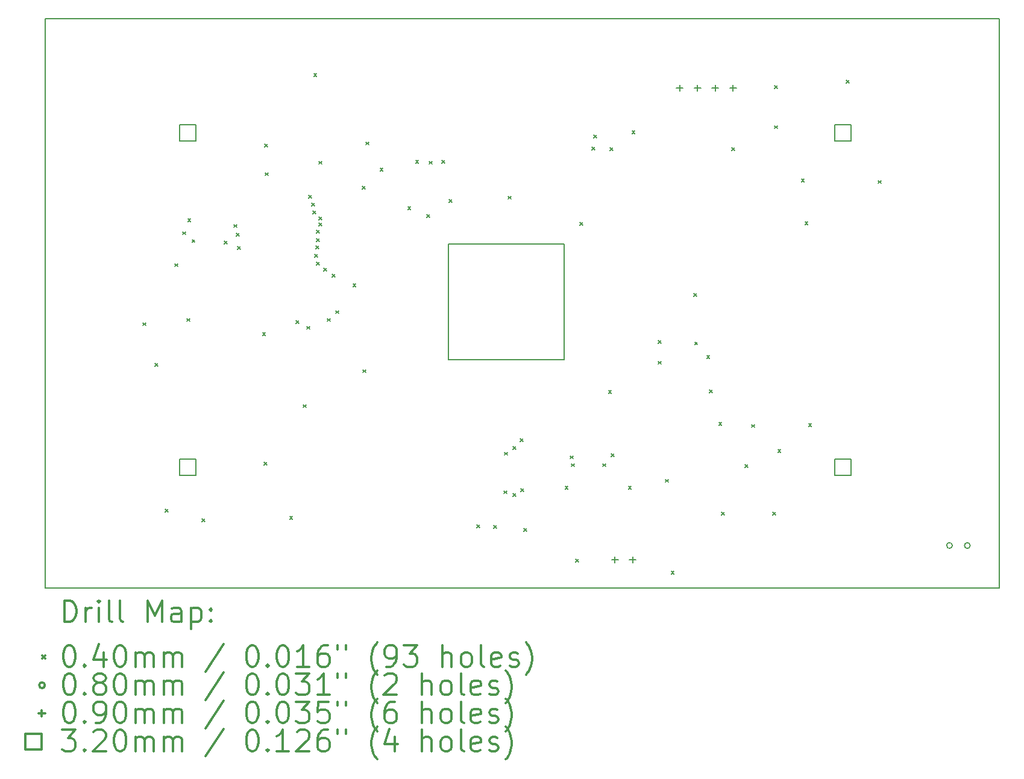
<source format=gbr>
%FSLAX45Y45*%
G04 Gerber Fmt 4.5, Leading zero omitted, Abs format (unit mm)*
G04 Created by KiCad (PCBNEW 4.0.7) date 08/21/19 21:36:31*
%MOMM*%
%LPD*%
G01*
G04 APERTURE LIST*
%ADD10C,0.127000*%
%ADD11C,0.150000*%
%ADD12C,0.200000*%
%ADD13C,0.300000*%
G04 APERTURE END LIST*
D10*
D11*
X12460000Y-8960000D02*
X12480000Y-8960000D01*
X12460000Y-10590000D02*
X12460000Y-8960000D01*
X14090000Y-10590000D02*
X12460000Y-10590000D01*
X14090000Y-8960000D02*
X14090000Y-10590000D01*
X12460000Y-8960000D02*
X14090000Y-8960000D01*
X14090000Y-10590000D02*
X14090000Y-8960000D01*
X12460000Y-10590000D02*
X14090000Y-10590000D01*
X12460000Y-8960000D02*
X12460000Y-10590000D01*
X20200000Y-13800000D02*
X20200000Y-13790000D01*
X19500000Y-13800000D02*
X20200000Y-13800000D01*
X19500000Y-5800000D02*
X20200000Y-5800000D01*
X20200000Y-5800000D02*
X20200000Y-13800000D01*
X6800000Y-13800000D02*
X19500000Y-13800000D01*
X6800000Y-5800000D02*
X19500000Y-5800000D01*
X6800000Y-5800000D02*
X6800000Y-13800000D01*
D12*
X8170000Y-10070000D02*
X8210000Y-10110000D01*
X8210000Y-10070000D02*
X8170000Y-10110000D01*
X8340000Y-10640000D02*
X8380000Y-10680000D01*
X8380000Y-10640000D02*
X8340000Y-10680000D01*
X8480000Y-12690000D02*
X8520000Y-12730000D01*
X8520000Y-12690000D02*
X8480000Y-12730000D01*
X8620000Y-9240000D02*
X8660000Y-9280000D01*
X8660000Y-9240000D02*
X8620000Y-9280000D01*
X8730000Y-8790000D02*
X8770000Y-8830000D01*
X8770000Y-8790000D02*
X8730000Y-8830000D01*
X8790000Y-10010000D02*
X8830000Y-10050000D01*
X8830000Y-10010000D02*
X8790000Y-10050000D01*
X8800000Y-8610000D02*
X8840000Y-8650000D01*
X8840000Y-8610000D02*
X8800000Y-8650000D01*
X8860000Y-8900000D02*
X8900000Y-8940000D01*
X8900000Y-8900000D02*
X8860000Y-8940000D01*
X9000000Y-12825000D02*
X9040000Y-12865000D01*
X9040000Y-12825000D02*
X9000000Y-12865000D01*
X9310000Y-8920000D02*
X9350000Y-8960000D01*
X9350000Y-8920000D02*
X9310000Y-8960000D01*
X9450000Y-8690000D02*
X9490000Y-8730000D01*
X9490000Y-8690000D02*
X9450000Y-8730000D01*
X9480000Y-8810000D02*
X9520000Y-8850000D01*
X9520000Y-8810000D02*
X9480000Y-8850000D01*
X9500000Y-9000000D02*
X9540000Y-9040000D01*
X9540000Y-9000000D02*
X9500000Y-9040000D01*
X9850000Y-10210000D02*
X9890000Y-10250000D01*
X9890000Y-10210000D02*
X9850000Y-10250000D01*
X9870000Y-12030000D02*
X9910000Y-12070000D01*
X9910000Y-12030000D02*
X9870000Y-12070000D01*
X9880000Y-7560000D02*
X9920000Y-7600000D01*
X9920000Y-7560000D02*
X9880000Y-7600000D01*
X9890000Y-7960000D02*
X9930000Y-8000000D01*
X9930000Y-7960000D02*
X9890000Y-8000000D01*
X10230000Y-12790000D02*
X10270000Y-12830000D01*
X10270000Y-12790000D02*
X10230000Y-12830000D01*
X10320000Y-10040000D02*
X10360000Y-10080000D01*
X10360000Y-10040000D02*
X10320000Y-10080000D01*
X10420000Y-11220000D02*
X10460000Y-11260000D01*
X10460000Y-11220000D02*
X10420000Y-11260000D01*
X10470000Y-10120000D02*
X10510000Y-10160000D01*
X10510000Y-10120000D02*
X10470000Y-10160000D01*
X10500000Y-8280000D02*
X10540000Y-8320000D01*
X10540000Y-8280000D02*
X10500000Y-8320000D01*
X10540000Y-8390000D02*
X10580000Y-8430000D01*
X10580000Y-8390000D02*
X10540000Y-8430000D01*
X10560000Y-8500000D02*
X10600000Y-8540000D01*
X10600000Y-8500000D02*
X10560000Y-8540000D01*
X10570000Y-6570000D02*
X10610000Y-6610000D01*
X10610000Y-6570000D02*
X10570000Y-6610000D01*
X10580000Y-9110000D02*
X10620000Y-9150000D01*
X10620000Y-9110000D02*
X10580000Y-9150000D01*
X10600000Y-8990000D02*
X10640000Y-9030000D01*
X10640000Y-8990000D02*
X10600000Y-9030000D01*
X10610000Y-8770000D02*
X10650000Y-8810000D01*
X10650000Y-8770000D02*
X10610000Y-8810000D01*
X10610000Y-8890000D02*
X10650000Y-8930000D01*
X10650000Y-8890000D02*
X10610000Y-8930000D01*
X10610000Y-9220000D02*
X10650000Y-9260000D01*
X10650000Y-9220000D02*
X10610000Y-9260000D01*
X10640000Y-7800000D02*
X10680000Y-7840000D01*
X10680000Y-7800000D02*
X10640000Y-7840000D01*
X10640000Y-8580000D02*
X10680000Y-8620000D01*
X10680000Y-8580000D02*
X10640000Y-8620000D01*
X10640000Y-8670000D02*
X10680000Y-8710000D01*
X10680000Y-8670000D02*
X10640000Y-8710000D01*
X10710000Y-9300000D02*
X10750000Y-9340000D01*
X10750000Y-9300000D02*
X10710000Y-9340000D01*
X10760000Y-10010000D02*
X10800000Y-10050000D01*
X10800000Y-10010000D02*
X10760000Y-10050000D01*
X10830000Y-9390000D02*
X10870000Y-9430000D01*
X10870000Y-9390000D02*
X10830000Y-9430000D01*
X10880000Y-9900000D02*
X10920000Y-9940000D01*
X10920000Y-9900000D02*
X10880000Y-9940000D01*
X11120000Y-9520000D02*
X11160000Y-9560000D01*
X11160000Y-9520000D02*
X11120000Y-9560000D01*
X11250000Y-8150000D02*
X11290000Y-8190000D01*
X11290000Y-8150000D02*
X11250000Y-8190000D01*
X11260000Y-10730000D02*
X11300000Y-10770000D01*
X11300000Y-10730000D02*
X11260000Y-10770000D01*
X11300000Y-7530000D02*
X11340000Y-7570000D01*
X11340000Y-7530000D02*
X11300000Y-7570000D01*
X11500000Y-7900000D02*
X11540000Y-7940000D01*
X11540000Y-7900000D02*
X11500000Y-7940000D01*
X11890000Y-8440000D02*
X11930000Y-8480000D01*
X11930000Y-8440000D02*
X11890000Y-8480000D01*
X12000000Y-7790000D02*
X12040000Y-7830000D01*
X12040000Y-7790000D02*
X12000000Y-7830000D01*
X12160000Y-8550000D02*
X12200000Y-8590000D01*
X12200000Y-8550000D02*
X12160000Y-8590000D01*
X12190000Y-7800000D02*
X12230000Y-7840000D01*
X12230000Y-7800000D02*
X12190000Y-7840000D01*
X12370000Y-7790000D02*
X12410000Y-7830000D01*
X12410000Y-7790000D02*
X12370000Y-7830000D01*
X12470000Y-8340000D02*
X12510000Y-8380000D01*
X12510000Y-8340000D02*
X12470000Y-8380000D01*
X12860000Y-12910000D02*
X12900000Y-12950000D01*
X12900000Y-12910000D02*
X12860000Y-12950000D01*
X13100000Y-12920000D02*
X13140000Y-12960000D01*
X13140000Y-12920000D02*
X13100000Y-12960000D01*
X13240000Y-12430000D02*
X13280000Y-12470000D01*
X13280000Y-12430000D02*
X13240000Y-12470000D01*
X13250000Y-11890000D02*
X13290000Y-11930000D01*
X13290000Y-11890000D02*
X13250000Y-11930000D01*
X13300000Y-8290000D02*
X13340000Y-8330000D01*
X13340000Y-8290000D02*
X13300000Y-8330000D01*
X13370000Y-11810000D02*
X13410000Y-11850000D01*
X13410000Y-11810000D02*
X13370000Y-11850000D01*
X13370000Y-12470000D02*
X13410000Y-12510000D01*
X13410000Y-12470000D02*
X13370000Y-12510000D01*
X13470000Y-11700000D02*
X13510000Y-11740000D01*
X13510000Y-11700000D02*
X13470000Y-11740000D01*
X13480000Y-12400000D02*
X13520000Y-12440000D01*
X13520000Y-12400000D02*
X13480000Y-12440000D01*
X13520000Y-12960000D02*
X13560000Y-13000000D01*
X13560000Y-12960000D02*
X13520000Y-13000000D01*
X14100000Y-12370000D02*
X14140000Y-12410000D01*
X14140000Y-12370000D02*
X14100000Y-12410000D01*
X14170000Y-11940000D02*
X14210000Y-11980000D01*
X14210000Y-11940000D02*
X14170000Y-11980000D01*
X14190000Y-12050000D02*
X14230000Y-12090000D01*
X14230000Y-12050000D02*
X14190000Y-12090000D01*
X14250000Y-13390000D02*
X14290000Y-13430000D01*
X14290000Y-13390000D02*
X14250000Y-13430000D01*
X14310000Y-8660000D02*
X14350000Y-8700000D01*
X14350000Y-8660000D02*
X14310000Y-8700000D01*
X14480000Y-7600000D02*
X14520000Y-7640000D01*
X14520000Y-7600000D02*
X14480000Y-7640000D01*
X14500000Y-7430000D02*
X14540000Y-7470000D01*
X14540000Y-7430000D02*
X14500000Y-7470000D01*
X14630000Y-12050000D02*
X14670000Y-12090000D01*
X14670000Y-12050000D02*
X14630000Y-12090000D01*
X14710000Y-11020000D02*
X14750000Y-11060000D01*
X14750000Y-11020000D02*
X14710000Y-11060000D01*
X14730000Y-7610000D02*
X14770000Y-7650000D01*
X14770000Y-7610000D02*
X14730000Y-7650000D01*
X14750000Y-11910000D02*
X14790000Y-11950000D01*
X14790000Y-11910000D02*
X14750000Y-11950000D01*
X14990000Y-12370000D02*
X15030000Y-12410000D01*
X15030000Y-12370000D02*
X14990000Y-12410000D01*
X15040000Y-7370000D02*
X15080000Y-7410000D01*
X15080000Y-7370000D02*
X15040000Y-7410000D01*
X15410000Y-10320000D02*
X15450000Y-10360000D01*
X15450000Y-10320000D02*
X15410000Y-10360000D01*
X15410000Y-10610000D02*
X15450000Y-10650000D01*
X15450000Y-10610000D02*
X15410000Y-10650000D01*
X15510000Y-12270000D02*
X15550000Y-12310000D01*
X15550000Y-12270000D02*
X15510000Y-12310000D01*
X15590000Y-13560000D02*
X15630000Y-13600000D01*
X15630000Y-13560000D02*
X15590000Y-13600000D01*
X15910000Y-9660000D02*
X15950000Y-9700000D01*
X15950000Y-9660000D02*
X15910000Y-9700000D01*
X15920000Y-10340000D02*
X15960000Y-10380000D01*
X15960000Y-10340000D02*
X15920000Y-10380000D01*
X16090000Y-10530000D02*
X16130000Y-10570000D01*
X16130000Y-10530000D02*
X16090000Y-10570000D01*
X16130000Y-11010000D02*
X16170000Y-11050000D01*
X16170000Y-11010000D02*
X16130000Y-11050000D01*
X16260000Y-11470000D02*
X16300000Y-11510000D01*
X16300000Y-11470000D02*
X16260000Y-11510000D01*
X16300000Y-12730000D02*
X16340000Y-12770000D01*
X16340000Y-12730000D02*
X16300000Y-12770000D01*
X16440000Y-7610000D02*
X16480000Y-7650000D01*
X16480000Y-7610000D02*
X16440000Y-7650000D01*
X16630000Y-12060000D02*
X16670000Y-12100000D01*
X16670000Y-12060000D02*
X16630000Y-12100000D01*
X16720000Y-11500000D02*
X16760000Y-11540000D01*
X16760000Y-11500000D02*
X16720000Y-11540000D01*
X17020000Y-12730000D02*
X17060000Y-12770000D01*
X17060000Y-12730000D02*
X17020000Y-12770000D01*
X17040000Y-6740000D02*
X17080000Y-6780000D01*
X17080000Y-6740000D02*
X17040000Y-6780000D01*
X17040000Y-7300000D02*
X17080000Y-7340000D01*
X17080000Y-7300000D02*
X17040000Y-7340000D01*
X17090000Y-11850000D02*
X17130000Y-11890000D01*
X17130000Y-11850000D02*
X17090000Y-11890000D01*
X17420000Y-8050000D02*
X17460000Y-8090000D01*
X17460000Y-8050000D02*
X17420000Y-8090000D01*
X17470000Y-8650000D02*
X17510000Y-8690000D01*
X17510000Y-8650000D02*
X17470000Y-8690000D01*
X17520000Y-11490000D02*
X17560000Y-11530000D01*
X17560000Y-11490000D02*
X17520000Y-11530000D01*
X18050000Y-6660000D02*
X18090000Y-6700000D01*
X18090000Y-6660000D02*
X18050000Y-6700000D01*
X18500000Y-8070000D02*
X18540000Y-8110000D01*
X18540000Y-8070000D02*
X18500000Y-8110000D01*
X19540000Y-13200000D02*
G75*
G03X19540000Y-13200000I-40000J0D01*
G01*
X19790000Y-13200000D02*
G75*
G03X19790000Y-13200000I-40000J0D01*
G01*
X14800000Y-13355000D02*
X14800000Y-13445000D01*
X14755000Y-13400000D02*
X14845000Y-13400000D01*
X15050000Y-13355000D02*
X15050000Y-13445000D01*
X15005000Y-13400000D02*
X15095000Y-13400000D01*
X15710000Y-6725000D02*
X15710000Y-6815000D01*
X15665000Y-6770000D02*
X15755000Y-6770000D01*
X15960000Y-6725000D02*
X15960000Y-6815000D01*
X15915000Y-6770000D02*
X16005000Y-6770000D01*
X16210000Y-6725000D02*
X16210000Y-6815000D01*
X16165000Y-6770000D02*
X16255000Y-6770000D01*
X16460000Y-6725000D02*
X16460000Y-6815000D01*
X16415000Y-6770000D02*
X16505000Y-6770000D01*
X8913138Y-7513138D02*
X8913138Y-7286862D01*
X8686862Y-7286862D01*
X8686862Y-7513138D01*
X8913138Y-7513138D01*
X8913138Y-12213138D02*
X8913138Y-11986862D01*
X8686862Y-11986862D01*
X8686862Y-12213138D01*
X8913138Y-12213138D01*
X18113138Y-7513138D02*
X18113138Y-7286862D01*
X17886862Y-7286862D01*
X17886862Y-7513138D01*
X18113138Y-7513138D01*
X18113138Y-12213138D02*
X18113138Y-11986862D01*
X17886862Y-11986862D01*
X17886862Y-12213138D01*
X18113138Y-12213138D01*
D13*
X7063928Y-14273214D02*
X7063928Y-13973214D01*
X7135357Y-13973214D01*
X7178214Y-13987500D01*
X7206786Y-14016071D01*
X7221071Y-14044643D01*
X7235357Y-14101786D01*
X7235357Y-14144643D01*
X7221071Y-14201786D01*
X7206786Y-14230357D01*
X7178214Y-14258929D01*
X7135357Y-14273214D01*
X7063928Y-14273214D01*
X7363928Y-14273214D02*
X7363928Y-14073214D01*
X7363928Y-14130357D02*
X7378214Y-14101786D01*
X7392500Y-14087500D01*
X7421071Y-14073214D01*
X7449643Y-14073214D01*
X7549643Y-14273214D02*
X7549643Y-14073214D01*
X7549643Y-13973214D02*
X7535357Y-13987500D01*
X7549643Y-14001786D01*
X7563928Y-13987500D01*
X7549643Y-13973214D01*
X7549643Y-14001786D01*
X7735357Y-14273214D02*
X7706786Y-14258929D01*
X7692500Y-14230357D01*
X7692500Y-13973214D01*
X7892500Y-14273214D02*
X7863928Y-14258929D01*
X7849643Y-14230357D01*
X7849643Y-13973214D01*
X8235357Y-14273214D02*
X8235357Y-13973214D01*
X8335357Y-14187500D01*
X8435357Y-13973214D01*
X8435357Y-14273214D01*
X8706786Y-14273214D02*
X8706786Y-14116071D01*
X8692500Y-14087500D01*
X8663929Y-14073214D01*
X8606786Y-14073214D01*
X8578214Y-14087500D01*
X8706786Y-14258929D02*
X8678214Y-14273214D01*
X8606786Y-14273214D01*
X8578214Y-14258929D01*
X8563929Y-14230357D01*
X8563929Y-14201786D01*
X8578214Y-14173214D01*
X8606786Y-14158929D01*
X8678214Y-14158929D01*
X8706786Y-14144643D01*
X8849643Y-14073214D02*
X8849643Y-14373214D01*
X8849643Y-14087500D02*
X8878214Y-14073214D01*
X8935357Y-14073214D01*
X8963929Y-14087500D01*
X8978214Y-14101786D01*
X8992500Y-14130357D01*
X8992500Y-14216071D01*
X8978214Y-14244643D01*
X8963929Y-14258929D01*
X8935357Y-14273214D01*
X8878214Y-14273214D01*
X8849643Y-14258929D01*
X9121071Y-14244643D02*
X9135357Y-14258929D01*
X9121071Y-14273214D01*
X9106786Y-14258929D01*
X9121071Y-14244643D01*
X9121071Y-14273214D01*
X9121071Y-14087500D02*
X9135357Y-14101786D01*
X9121071Y-14116071D01*
X9106786Y-14101786D01*
X9121071Y-14087500D01*
X9121071Y-14116071D01*
X6752500Y-14747500D02*
X6792500Y-14787500D01*
X6792500Y-14747500D02*
X6752500Y-14787500D01*
X7121071Y-14603214D02*
X7149643Y-14603214D01*
X7178214Y-14617500D01*
X7192500Y-14631786D01*
X7206786Y-14660357D01*
X7221071Y-14717500D01*
X7221071Y-14788929D01*
X7206786Y-14846071D01*
X7192500Y-14874643D01*
X7178214Y-14888929D01*
X7149643Y-14903214D01*
X7121071Y-14903214D01*
X7092500Y-14888929D01*
X7078214Y-14874643D01*
X7063928Y-14846071D01*
X7049643Y-14788929D01*
X7049643Y-14717500D01*
X7063928Y-14660357D01*
X7078214Y-14631786D01*
X7092500Y-14617500D01*
X7121071Y-14603214D01*
X7349643Y-14874643D02*
X7363928Y-14888929D01*
X7349643Y-14903214D01*
X7335357Y-14888929D01*
X7349643Y-14874643D01*
X7349643Y-14903214D01*
X7621071Y-14703214D02*
X7621071Y-14903214D01*
X7549643Y-14588929D02*
X7478214Y-14803214D01*
X7663928Y-14803214D01*
X7835357Y-14603214D02*
X7863928Y-14603214D01*
X7892500Y-14617500D01*
X7906786Y-14631786D01*
X7921071Y-14660357D01*
X7935357Y-14717500D01*
X7935357Y-14788929D01*
X7921071Y-14846071D01*
X7906786Y-14874643D01*
X7892500Y-14888929D01*
X7863928Y-14903214D01*
X7835357Y-14903214D01*
X7806786Y-14888929D01*
X7792500Y-14874643D01*
X7778214Y-14846071D01*
X7763928Y-14788929D01*
X7763928Y-14717500D01*
X7778214Y-14660357D01*
X7792500Y-14631786D01*
X7806786Y-14617500D01*
X7835357Y-14603214D01*
X8063928Y-14903214D02*
X8063928Y-14703214D01*
X8063928Y-14731786D02*
X8078214Y-14717500D01*
X8106786Y-14703214D01*
X8149643Y-14703214D01*
X8178214Y-14717500D01*
X8192500Y-14746071D01*
X8192500Y-14903214D01*
X8192500Y-14746071D02*
X8206786Y-14717500D01*
X8235357Y-14703214D01*
X8278214Y-14703214D01*
X8306786Y-14717500D01*
X8321071Y-14746071D01*
X8321071Y-14903214D01*
X8463929Y-14903214D02*
X8463929Y-14703214D01*
X8463929Y-14731786D02*
X8478214Y-14717500D01*
X8506786Y-14703214D01*
X8549643Y-14703214D01*
X8578214Y-14717500D01*
X8592500Y-14746071D01*
X8592500Y-14903214D01*
X8592500Y-14746071D02*
X8606786Y-14717500D01*
X8635357Y-14703214D01*
X8678214Y-14703214D01*
X8706786Y-14717500D01*
X8721071Y-14746071D01*
X8721071Y-14903214D01*
X9306786Y-14588929D02*
X9049643Y-14974643D01*
X9692500Y-14603214D02*
X9721071Y-14603214D01*
X9749643Y-14617500D01*
X9763928Y-14631786D01*
X9778214Y-14660357D01*
X9792500Y-14717500D01*
X9792500Y-14788929D01*
X9778214Y-14846071D01*
X9763928Y-14874643D01*
X9749643Y-14888929D01*
X9721071Y-14903214D01*
X9692500Y-14903214D01*
X9663928Y-14888929D01*
X9649643Y-14874643D01*
X9635357Y-14846071D01*
X9621071Y-14788929D01*
X9621071Y-14717500D01*
X9635357Y-14660357D01*
X9649643Y-14631786D01*
X9663928Y-14617500D01*
X9692500Y-14603214D01*
X9921071Y-14874643D02*
X9935357Y-14888929D01*
X9921071Y-14903214D01*
X9906786Y-14888929D01*
X9921071Y-14874643D01*
X9921071Y-14903214D01*
X10121071Y-14603214D02*
X10149643Y-14603214D01*
X10178214Y-14617500D01*
X10192500Y-14631786D01*
X10206786Y-14660357D01*
X10221071Y-14717500D01*
X10221071Y-14788929D01*
X10206786Y-14846071D01*
X10192500Y-14874643D01*
X10178214Y-14888929D01*
X10149643Y-14903214D01*
X10121071Y-14903214D01*
X10092500Y-14888929D01*
X10078214Y-14874643D01*
X10063928Y-14846071D01*
X10049643Y-14788929D01*
X10049643Y-14717500D01*
X10063928Y-14660357D01*
X10078214Y-14631786D01*
X10092500Y-14617500D01*
X10121071Y-14603214D01*
X10506786Y-14903214D02*
X10335357Y-14903214D01*
X10421071Y-14903214D02*
X10421071Y-14603214D01*
X10392500Y-14646071D01*
X10363928Y-14674643D01*
X10335357Y-14688929D01*
X10763928Y-14603214D02*
X10706786Y-14603214D01*
X10678214Y-14617500D01*
X10663928Y-14631786D01*
X10635357Y-14674643D01*
X10621071Y-14731786D01*
X10621071Y-14846071D01*
X10635357Y-14874643D01*
X10649643Y-14888929D01*
X10678214Y-14903214D01*
X10735357Y-14903214D01*
X10763928Y-14888929D01*
X10778214Y-14874643D01*
X10792500Y-14846071D01*
X10792500Y-14774643D01*
X10778214Y-14746071D01*
X10763928Y-14731786D01*
X10735357Y-14717500D01*
X10678214Y-14717500D01*
X10649643Y-14731786D01*
X10635357Y-14746071D01*
X10621071Y-14774643D01*
X10906786Y-14603214D02*
X10906786Y-14660357D01*
X11021071Y-14603214D02*
X11021071Y-14660357D01*
X11463928Y-15017500D02*
X11449643Y-15003214D01*
X11421071Y-14960357D01*
X11406785Y-14931786D01*
X11392500Y-14888929D01*
X11378214Y-14817500D01*
X11378214Y-14760357D01*
X11392500Y-14688929D01*
X11406785Y-14646071D01*
X11421071Y-14617500D01*
X11449643Y-14574643D01*
X11463928Y-14560357D01*
X11592500Y-14903214D02*
X11649643Y-14903214D01*
X11678214Y-14888929D01*
X11692500Y-14874643D01*
X11721071Y-14831786D01*
X11735357Y-14774643D01*
X11735357Y-14660357D01*
X11721071Y-14631786D01*
X11706785Y-14617500D01*
X11678214Y-14603214D01*
X11621071Y-14603214D01*
X11592500Y-14617500D01*
X11578214Y-14631786D01*
X11563928Y-14660357D01*
X11563928Y-14731786D01*
X11578214Y-14760357D01*
X11592500Y-14774643D01*
X11621071Y-14788929D01*
X11678214Y-14788929D01*
X11706785Y-14774643D01*
X11721071Y-14760357D01*
X11735357Y-14731786D01*
X11835357Y-14603214D02*
X12021071Y-14603214D01*
X11921071Y-14717500D01*
X11963928Y-14717500D01*
X11992500Y-14731786D01*
X12006785Y-14746071D01*
X12021071Y-14774643D01*
X12021071Y-14846071D01*
X12006785Y-14874643D01*
X11992500Y-14888929D01*
X11963928Y-14903214D01*
X11878214Y-14903214D01*
X11849643Y-14888929D01*
X11835357Y-14874643D01*
X12378214Y-14903214D02*
X12378214Y-14603214D01*
X12506785Y-14903214D02*
X12506785Y-14746071D01*
X12492500Y-14717500D01*
X12463928Y-14703214D01*
X12421071Y-14703214D01*
X12392500Y-14717500D01*
X12378214Y-14731786D01*
X12692500Y-14903214D02*
X12663928Y-14888929D01*
X12649643Y-14874643D01*
X12635357Y-14846071D01*
X12635357Y-14760357D01*
X12649643Y-14731786D01*
X12663928Y-14717500D01*
X12692500Y-14703214D01*
X12735357Y-14703214D01*
X12763928Y-14717500D01*
X12778214Y-14731786D01*
X12792500Y-14760357D01*
X12792500Y-14846071D01*
X12778214Y-14874643D01*
X12763928Y-14888929D01*
X12735357Y-14903214D01*
X12692500Y-14903214D01*
X12963928Y-14903214D02*
X12935357Y-14888929D01*
X12921071Y-14860357D01*
X12921071Y-14603214D01*
X13192500Y-14888929D02*
X13163928Y-14903214D01*
X13106786Y-14903214D01*
X13078214Y-14888929D01*
X13063928Y-14860357D01*
X13063928Y-14746071D01*
X13078214Y-14717500D01*
X13106786Y-14703214D01*
X13163928Y-14703214D01*
X13192500Y-14717500D01*
X13206786Y-14746071D01*
X13206786Y-14774643D01*
X13063928Y-14803214D01*
X13321071Y-14888929D02*
X13349643Y-14903214D01*
X13406786Y-14903214D01*
X13435357Y-14888929D01*
X13449643Y-14860357D01*
X13449643Y-14846071D01*
X13435357Y-14817500D01*
X13406786Y-14803214D01*
X13363928Y-14803214D01*
X13335357Y-14788929D01*
X13321071Y-14760357D01*
X13321071Y-14746071D01*
X13335357Y-14717500D01*
X13363928Y-14703214D01*
X13406786Y-14703214D01*
X13435357Y-14717500D01*
X13549643Y-15017500D02*
X13563928Y-15003214D01*
X13592500Y-14960357D01*
X13606786Y-14931786D01*
X13621071Y-14888929D01*
X13635357Y-14817500D01*
X13635357Y-14760357D01*
X13621071Y-14688929D01*
X13606786Y-14646071D01*
X13592500Y-14617500D01*
X13563928Y-14574643D01*
X13549643Y-14560357D01*
X6792500Y-15163500D02*
G75*
G03X6792500Y-15163500I-40000J0D01*
G01*
X7121071Y-14999214D02*
X7149643Y-14999214D01*
X7178214Y-15013500D01*
X7192500Y-15027786D01*
X7206786Y-15056357D01*
X7221071Y-15113500D01*
X7221071Y-15184929D01*
X7206786Y-15242071D01*
X7192500Y-15270643D01*
X7178214Y-15284929D01*
X7149643Y-15299214D01*
X7121071Y-15299214D01*
X7092500Y-15284929D01*
X7078214Y-15270643D01*
X7063928Y-15242071D01*
X7049643Y-15184929D01*
X7049643Y-15113500D01*
X7063928Y-15056357D01*
X7078214Y-15027786D01*
X7092500Y-15013500D01*
X7121071Y-14999214D01*
X7349643Y-15270643D02*
X7363928Y-15284929D01*
X7349643Y-15299214D01*
X7335357Y-15284929D01*
X7349643Y-15270643D01*
X7349643Y-15299214D01*
X7535357Y-15127786D02*
X7506786Y-15113500D01*
X7492500Y-15099214D01*
X7478214Y-15070643D01*
X7478214Y-15056357D01*
X7492500Y-15027786D01*
X7506786Y-15013500D01*
X7535357Y-14999214D01*
X7592500Y-14999214D01*
X7621071Y-15013500D01*
X7635357Y-15027786D01*
X7649643Y-15056357D01*
X7649643Y-15070643D01*
X7635357Y-15099214D01*
X7621071Y-15113500D01*
X7592500Y-15127786D01*
X7535357Y-15127786D01*
X7506786Y-15142071D01*
X7492500Y-15156357D01*
X7478214Y-15184929D01*
X7478214Y-15242071D01*
X7492500Y-15270643D01*
X7506786Y-15284929D01*
X7535357Y-15299214D01*
X7592500Y-15299214D01*
X7621071Y-15284929D01*
X7635357Y-15270643D01*
X7649643Y-15242071D01*
X7649643Y-15184929D01*
X7635357Y-15156357D01*
X7621071Y-15142071D01*
X7592500Y-15127786D01*
X7835357Y-14999214D02*
X7863928Y-14999214D01*
X7892500Y-15013500D01*
X7906786Y-15027786D01*
X7921071Y-15056357D01*
X7935357Y-15113500D01*
X7935357Y-15184929D01*
X7921071Y-15242071D01*
X7906786Y-15270643D01*
X7892500Y-15284929D01*
X7863928Y-15299214D01*
X7835357Y-15299214D01*
X7806786Y-15284929D01*
X7792500Y-15270643D01*
X7778214Y-15242071D01*
X7763928Y-15184929D01*
X7763928Y-15113500D01*
X7778214Y-15056357D01*
X7792500Y-15027786D01*
X7806786Y-15013500D01*
X7835357Y-14999214D01*
X8063928Y-15299214D02*
X8063928Y-15099214D01*
X8063928Y-15127786D02*
X8078214Y-15113500D01*
X8106786Y-15099214D01*
X8149643Y-15099214D01*
X8178214Y-15113500D01*
X8192500Y-15142071D01*
X8192500Y-15299214D01*
X8192500Y-15142071D02*
X8206786Y-15113500D01*
X8235357Y-15099214D01*
X8278214Y-15099214D01*
X8306786Y-15113500D01*
X8321071Y-15142071D01*
X8321071Y-15299214D01*
X8463929Y-15299214D02*
X8463929Y-15099214D01*
X8463929Y-15127786D02*
X8478214Y-15113500D01*
X8506786Y-15099214D01*
X8549643Y-15099214D01*
X8578214Y-15113500D01*
X8592500Y-15142071D01*
X8592500Y-15299214D01*
X8592500Y-15142071D02*
X8606786Y-15113500D01*
X8635357Y-15099214D01*
X8678214Y-15099214D01*
X8706786Y-15113500D01*
X8721071Y-15142071D01*
X8721071Y-15299214D01*
X9306786Y-14984929D02*
X9049643Y-15370643D01*
X9692500Y-14999214D02*
X9721071Y-14999214D01*
X9749643Y-15013500D01*
X9763928Y-15027786D01*
X9778214Y-15056357D01*
X9792500Y-15113500D01*
X9792500Y-15184929D01*
X9778214Y-15242071D01*
X9763928Y-15270643D01*
X9749643Y-15284929D01*
X9721071Y-15299214D01*
X9692500Y-15299214D01*
X9663928Y-15284929D01*
X9649643Y-15270643D01*
X9635357Y-15242071D01*
X9621071Y-15184929D01*
X9621071Y-15113500D01*
X9635357Y-15056357D01*
X9649643Y-15027786D01*
X9663928Y-15013500D01*
X9692500Y-14999214D01*
X9921071Y-15270643D02*
X9935357Y-15284929D01*
X9921071Y-15299214D01*
X9906786Y-15284929D01*
X9921071Y-15270643D01*
X9921071Y-15299214D01*
X10121071Y-14999214D02*
X10149643Y-14999214D01*
X10178214Y-15013500D01*
X10192500Y-15027786D01*
X10206786Y-15056357D01*
X10221071Y-15113500D01*
X10221071Y-15184929D01*
X10206786Y-15242071D01*
X10192500Y-15270643D01*
X10178214Y-15284929D01*
X10149643Y-15299214D01*
X10121071Y-15299214D01*
X10092500Y-15284929D01*
X10078214Y-15270643D01*
X10063928Y-15242071D01*
X10049643Y-15184929D01*
X10049643Y-15113500D01*
X10063928Y-15056357D01*
X10078214Y-15027786D01*
X10092500Y-15013500D01*
X10121071Y-14999214D01*
X10321071Y-14999214D02*
X10506786Y-14999214D01*
X10406786Y-15113500D01*
X10449643Y-15113500D01*
X10478214Y-15127786D01*
X10492500Y-15142071D01*
X10506786Y-15170643D01*
X10506786Y-15242071D01*
X10492500Y-15270643D01*
X10478214Y-15284929D01*
X10449643Y-15299214D01*
X10363928Y-15299214D01*
X10335357Y-15284929D01*
X10321071Y-15270643D01*
X10792500Y-15299214D02*
X10621071Y-15299214D01*
X10706786Y-15299214D02*
X10706786Y-14999214D01*
X10678214Y-15042071D01*
X10649643Y-15070643D01*
X10621071Y-15084929D01*
X10906786Y-14999214D02*
X10906786Y-15056357D01*
X11021071Y-14999214D02*
X11021071Y-15056357D01*
X11463928Y-15413500D02*
X11449643Y-15399214D01*
X11421071Y-15356357D01*
X11406785Y-15327786D01*
X11392500Y-15284929D01*
X11378214Y-15213500D01*
X11378214Y-15156357D01*
X11392500Y-15084929D01*
X11406785Y-15042071D01*
X11421071Y-15013500D01*
X11449643Y-14970643D01*
X11463928Y-14956357D01*
X11563928Y-15027786D02*
X11578214Y-15013500D01*
X11606785Y-14999214D01*
X11678214Y-14999214D01*
X11706785Y-15013500D01*
X11721071Y-15027786D01*
X11735357Y-15056357D01*
X11735357Y-15084929D01*
X11721071Y-15127786D01*
X11549643Y-15299214D01*
X11735357Y-15299214D01*
X12092500Y-15299214D02*
X12092500Y-14999214D01*
X12221071Y-15299214D02*
X12221071Y-15142071D01*
X12206785Y-15113500D01*
X12178214Y-15099214D01*
X12135357Y-15099214D01*
X12106785Y-15113500D01*
X12092500Y-15127786D01*
X12406785Y-15299214D02*
X12378214Y-15284929D01*
X12363928Y-15270643D01*
X12349643Y-15242071D01*
X12349643Y-15156357D01*
X12363928Y-15127786D01*
X12378214Y-15113500D01*
X12406785Y-15099214D01*
X12449643Y-15099214D01*
X12478214Y-15113500D01*
X12492500Y-15127786D01*
X12506785Y-15156357D01*
X12506785Y-15242071D01*
X12492500Y-15270643D01*
X12478214Y-15284929D01*
X12449643Y-15299214D01*
X12406785Y-15299214D01*
X12678214Y-15299214D02*
X12649643Y-15284929D01*
X12635357Y-15256357D01*
X12635357Y-14999214D01*
X12906786Y-15284929D02*
X12878214Y-15299214D01*
X12821071Y-15299214D01*
X12792500Y-15284929D01*
X12778214Y-15256357D01*
X12778214Y-15142071D01*
X12792500Y-15113500D01*
X12821071Y-15099214D01*
X12878214Y-15099214D01*
X12906786Y-15113500D01*
X12921071Y-15142071D01*
X12921071Y-15170643D01*
X12778214Y-15199214D01*
X13035357Y-15284929D02*
X13063928Y-15299214D01*
X13121071Y-15299214D01*
X13149643Y-15284929D01*
X13163928Y-15256357D01*
X13163928Y-15242071D01*
X13149643Y-15213500D01*
X13121071Y-15199214D01*
X13078214Y-15199214D01*
X13049643Y-15184929D01*
X13035357Y-15156357D01*
X13035357Y-15142071D01*
X13049643Y-15113500D01*
X13078214Y-15099214D01*
X13121071Y-15099214D01*
X13149643Y-15113500D01*
X13263928Y-15413500D02*
X13278214Y-15399214D01*
X13306786Y-15356357D01*
X13321071Y-15327786D01*
X13335357Y-15284929D01*
X13349643Y-15213500D01*
X13349643Y-15156357D01*
X13335357Y-15084929D01*
X13321071Y-15042071D01*
X13306786Y-15013500D01*
X13278214Y-14970643D01*
X13263928Y-14956357D01*
X6747500Y-15514500D02*
X6747500Y-15604500D01*
X6702500Y-15559500D02*
X6792500Y-15559500D01*
X7121071Y-15395214D02*
X7149643Y-15395214D01*
X7178214Y-15409500D01*
X7192500Y-15423786D01*
X7206786Y-15452357D01*
X7221071Y-15509500D01*
X7221071Y-15580929D01*
X7206786Y-15638071D01*
X7192500Y-15666643D01*
X7178214Y-15680929D01*
X7149643Y-15695214D01*
X7121071Y-15695214D01*
X7092500Y-15680929D01*
X7078214Y-15666643D01*
X7063928Y-15638071D01*
X7049643Y-15580929D01*
X7049643Y-15509500D01*
X7063928Y-15452357D01*
X7078214Y-15423786D01*
X7092500Y-15409500D01*
X7121071Y-15395214D01*
X7349643Y-15666643D02*
X7363928Y-15680929D01*
X7349643Y-15695214D01*
X7335357Y-15680929D01*
X7349643Y-15666643D01*
X7349643Y-15695214D01*
X7506786Y-15695214D02*
X7563928Y-15695214D01*
X7592500Y-15680929D01*
X7606786Y-15666643D01*
X7635357Y-15623786D01*
X7649643Y-15566643D01*
X7649643Y-15452357D01*
X7635357Y-15423786D01*
X7621071Y-15409500D01*
X7592500Y-15395214D01*
X7535357Y-15395214D01*
X7506786Y-15409500D01*
X7492500Y-15423786D01*
X7478214Y-15452357D01*
X7478214Y-15523786D01*
X7492500Y-15552357D01*
X7506786Y-15566643D01*
X7535357Y-15580929D01*
X7592500Y-15580929D01*
X7621071Y-15566643D01*
X7635357Y-15552357D01*
X7649643Y-15523786D01*
X7835357Y-15395214D02*
X7863928Y-15395214D01*
X7892500Y-15409500D01*
X7906786Y-15423786D01*
X7921071Y-15452357D01*
X7935357Y-15509500D01*
X7935357Y-15580929D01*
X7921071Y-15638071D01*
X7906786Y-15666643D01*
X7892500Y-15680929D01*
X7863928Y-15695214D01*
X7835357Y-15695214D01*
X7806786Y-15680929D01*
X7792500Y-15666643D01*
X7778214Y-15638071D01*
X7763928Y-15580929D01*
X7763928Y-15509500D01*
X7778214Y-15452357D01*
X7792500Y-15423786D01*
X7806786Y-15409500D01*
X7835357Y-15395214D01*
X8063928Y-15695214D02*
X8063928Y-15495214D01*
X8063928Y-15523786D02*
X8078214Y-15509500D01*
X8106786Y-15495214D01*
X8149643Y-15495214D01*
X8178214Y-15509500D01*
X8192500Y-15538071D01*
X8192500Y-15695214D01*
X8192500Y-15538071D02*
X8206786Y-15509500D01*
X8235357Y-15495214D01*
X8278214Y-15495214D01*
X8306786Y-15509500D01*
X8321071Y-15538071D01*
X8321071Y-15695214D01*
X8463929Y-15695214D02*
X8463929Y-15495214D01*
X8463929Y-15523786D02*
X8478214Y-15509500D01*
X8506786Y-15495214D01*
X8549643Y-15495214D01*
X8578214Y-15509500D01*
X8592500Y-15538071D01*
X8592500Y-15695214D01*
X8592500Y-15538071D02*
X8606786Y-15509500D01*
X8635357Y-15495214D01*
X8678214Y-15495214D01*
X8706786Y-15509500D01*
X8721071Y-15538071D01*
X8721071Y-15695214D01*
X9306786Y-15380929D02*
X9049643Y-15766643D01*
X9692500Y-15395214D02*
X9721071Y-15395214D01*
X9749643Y-15409500D01*
X9763928Y-15423786D01*
X9778214Y-15452357D01*
X9792500Y-15509500D01*
X9792500Y-15580929D01*
X9778214Y-15638071D01*
X9763928Y-15666643D01*
X9749643Y-15680929D01*
X9721071Y-15695214D01*
X9692500Y-15695214D01*
X9663928Y-15680929D01*
X9649643Y-15666643D01*
X9635357Y-15638071D01*
X9621071Y-15580929D01*
X9621071Y-15509500D01*
X9635357Y-15452357D01*
X9649643Y-15423786D01*
X9663928Y-15409500D01*
X9692500Y-15395214D01*
X9921071Y-15666643D02*
X9935357Y-15680929D01*
X9921071Y-15695214D01*
X9906786Y-15680929D01*
X9921071Y-15666643D01*
X9921071Y-15695214D01*
X10121071Y-15395214D02*
X10149643Y-15395214D01*
X10178214Y-15409500D01*
X10192500Y-15423786D01*
X10206786Y-15452357D01*
X10221071Y-15509500D01*
X10221071Y-15580929D01*
X10206786Y-15638071D01*
X10192500Y-15666643D01*
X10178214Y-15680929D01*
X10149643Y-15695214D01*
X10121071Y-15695214D01*
X10092500Y-15680929D01*
X10078214Y-15666643D01*
X10063928Y-15638071D01*
X10049643Y-15580929D01*
X10049643Y-15509500D01*
X10063928Y-15452357D01*
X10078214Y-15423786D01*
X10092500Y-15409500D01*
X10121071Y-15395214D01*
X10321071Y-15395214D02*
X10506786Y-15395214D01*
X10406786Y-15509500D01*
X10449643Y-15509500D01*
X10478214Y-15523786D01*
X10492500Y-15538071D01*
X10506786Y-15566643D01*
X10506786Y-15638071D01*
X10492500Y-15666643D01*
X10478214Y-15680929D01*
X10449643Y-15695214D01*
X10363928Y-15695214D01*
X10335357Y-15680929D01*
X10321071Y-15666643D01*
X10778214Y-15395214D02*
X10635357Y-15395214D01*
X10621071Y-15538071D01*
X10635357Y-15523786D01*
X10663928Y-15509500D01*
X10735357Y-15509500D01*
X10763928Y-15523786D01*
X10778214Y-15538071D01*
X10792500Y-15566643D01*
X10792500Y-15638071D01*
X10778214Y-15666643D01*
X10763928Y-15680929D01*
X10735357Y-15695214D01*
X10663928Y-15695214D01*
X10635357Y-15680929D01*
X10621071Y-15666643D01*
X10906786Y-15395214D02*
X10906786Y-15452357D01*
X11021071Y-15395214D02*
X11021071Y-15452357D01*
X11463928Y-15809500D02*
X11449643Y-15795214D01*
X11421071Y-15752357D01*
X11406785Y-15723786D01*
X11392500Y-15680929D01*
X11378214Y-15609500D01*
X11378214Y-15552357D01*
X11392500Y-15480929D01*
X11406785Y-15438071D01*
X11421071Y-15409500D01*
X11449643Y-15366643D01*
X11463928Y-15352357D01*
X11706785Y-15395214D02*
X11649643Y-15395214D01*
X11621071Y-15409500D01*
X11606785Y-15423786D01*
X11578214Y-15466643D01*
X11563928Y-15523786D01*
X11563928Y-15638071D01*
X11578214Y-15666643D01*
X11592500Y-15680929D01*
X11621071Y-15695214D01*
X11678214Y-15695214D01*
X11706785Y-15680929D01*
X11721071Y-15666643D01*
X11735357Y-15638071D01*
X11735357Y-15566643D01*
X11721071Y-15538071D01*
X11706785Y-15523786D01*
X11678214Y-15509500D01*
X11621071Y-15509500D01*
X11592500Y-15523786D01*
X11578214Y-15538071D01*
X11563928Y-15566643D01*
X12092500Y-15695214D02*
X12092500Y-15395214D01*
X12221071Y-15695214D02*
X12221071Y-15538071D01*
X12206785Y-15509500D01*
X12178214Y-15495214D01*
X12135357Y-15495214D01*
X12106785Y-15509500D01*
X12092500Y-15523786D01*
X12406785Y-15695214D02*
X12378214Y-15680929D01*
X12363928Y-15666643D01*
X12349643Y-15638071D01*
X12349643Y-15552357D01*
X12363928Y-15523786D01*
X12378214Y-15509500D01*
X12406785Y-15495214D01*
X12449643Y-15495214D01*
X12478214Y-15509500D01*
X12492500Y-15523786D01*
X12506785Y-15552357D01*
X12506785Y-15638071D01*
X12492500Y-15666643D01*
X12478214Y-15680929D01*
X12449643Y-15695214D01*
X12406785Y-15695214D01*
X12678214Y-15695214D02*
X12649643Y-15680929D01*
X12635357Y-15652357D01*
X12635357Y-15395214D01*
X12906786Y-15680929D02*
X12878214Y-15695214D01*
X12821071Y-15695214D01*
X12792500Y-15680929D01*
X12778214Y-15652357D01*
X12778214Y-15538071D01*
X12792500Y-15509500D01*
X12821071Y-15495214D01*
X12878214Y-15495214D01*
X12906786Y-15509500D01*
X12921071Y-15538071D01*
X12921071Y-15566643D01*
X12778214Y-15595214D01*
X13035357Y-15680929D02*
X13063928Y-15695214D01*
X13121071Y-15695214D01*
X13149643Y-15680929D01*
X13163928Y-15652357D01*
X13163928Y-15638071D01*
X13149643Y-15609500D01*
X13121071Y-15595214D01*
X13078214Y-15595214D01*
X13049643Y-15580929D01*
X13035357Y-15552357D01*
X13035357Y-15538071D01*
X13049643Y-15509500D01*
X13078214Y-15495214D01*
X13121071Y-15495214D01*
X13149643Y-15509500D01*
X13263928Y-15809500D02*
X13278214Y-15795214D01*
X13306786Y-15752357D01*
X13321071Y-15723786D01*
X13335357Y-15680929D01*
X13349643Y-15609500D01*
X13349643Y-15552357D01*
X13335357Y-15480929D01*
X13321071Y-15438071D01*
X13306786Y-15409500D01*
X13278214Y-15366643D01*
X13263928Y-15352357D01*
X6745638Y-16068638D02*
X6745638Y-15842362D01*
X6519362Y-15842362D01*
X6519362Y-16068638D01*
X6745638Y-16068638D01*
X7035357Y-15791214D02*
X7221071Y-15791214D01*
X7121071Y-15905500D01*
X7163928Y-15905500D01*
X7192500Y-15919786D01*
X7206786Y-15934071D01*
X7221071Y-15962643D01*
X7221071Y-16034071D01*
X7206786Y-16062643D01*
X7192500Y-16076929D01*
X7163928Y-16091214D01*
X7078214Y-16091214D01*
X7049643Y-16076929D01*
X7035357Y-16062643D01*
X7349643Y-16062643D02*
X7363928Y-16076929D01*
X7349643Y-16091214D01*
X7335357Y-16076929D01*
X7349643Y-16062643D01*
X7349643Y-16091214D01*
X7478214Y-15819786D02*
X7492500Y-15805500D01*
X7521071Y-15791214D01*
X7592500Y-15791214D01*
X7621071Y-15805500D01*
X7635357Y-15819786D01*
X7649643Y-15848357D01*
X7649643Y-15876929D01*
X7635357Y-15919786D01*
X7463928Y-16091214D01*
X7649643Y-16091214D01*
X7835357Y-15791214D02*
X7863928Y-15791214D01*
X7892500Y-15805500D01*
X7906786Y-15819786D01*
X7921071Y-15848357D01*
X7935357Y-15905500D01*
X7935357Y-15976929D01*
X7921071Y-16034071D01*
X7906786Y-16062643D01*
X7892500Y-16076929D01*
X7863928Y-16091214D01*
X7835357Y-16091214D01*
X7806786Y-16076929D01*
X7792500Y-16062643D01*
X7778214Y-16034071D01*
X7763928Y-15976929D01*
X7763928Y-15905500D01*
X7778214Y-15848357D01*
X7792500Y-15819786D01*
X7806786Y-15805500D01*
X7835357Y-15791214D01*
X8063928Y-16091214D02*
X8063928Y-15891214D01*
X8063928Y-15919786D02*
X8078214Y-15905500D01*
X8106786Y-15891214D01*
X8149643Y-15891214D01*
X8178214Y-15905500D01*
X8192500Y-15934071D01*
X8192500Y-16091214D01*
X8192500Y-15934071D02*
X8206786Y-15905500D01*
X8235357Y-15891214D01*
X8278214Y-15891214D01*
X8306786Y-15905500D01*
X8321071Y-15934071D01*
X8321071Y-16091214D01*
X8463929Y-16091214D02*
X8463929Y-15891214D01*
X8463929Y-15919786D02*
X8478214Y-15905500D01*
X8506786Y-15891214D01*
X8549643Y-15891214D01*
X8578214Y-15905500D01*
X8592500Y-15934071D01*
X8592500Y-16091214D01*
X8592500Y-15934071D02*
X8606786Y-15905500D01*
X8635357Y-15891214D01*
X8678214Y-15891214D01*
X8706786Y-15905500D01*
X8721071Y-15934071D01*
X8721071Y-16091214D01*
X9306786Y-15776929D02*
X9049643Y-16162643D01*
X9692500Y-15791214D02*
X9721071Y-15791214D01*
X9749643Y-15805500D01*
X9763928Y-15819786D01*
X9778214Y-15848357D01*
X9792500Y-15905500D01*
X9792500Y-15976929D01*
X9778214Y-16034071D01*
X9763928Y-16062643D01*
X9749643Y-16076929D01*
X9721071Y-16091214D01*
X9692500Y-16091214D01*
X9663928Y-16076929D01*
X9649643Y-16062643D01*
X9635357Y-16034071D01*
X9621071Y-15976929D01*
X9621071Y-15905500D01*
X9635357Y-15848357D01*
X9649643Y-15819786D01*
X9663928Y-15805500D01*
X9692500Y-15791214D01*
X9921071Y-16062643D02*
X9935357Y-16076929D01*
X9921071Y-16091214D01*
X9906786Y-16076929D01*
X9921071Y-16062643D01*
X9921071Y-16091214D01*
X10221071Y-16091214D02*
X10049643Y-16091214D01*
X10135357Y-16091214D02*
X10135357Y-15791214D01*
X10106786Y-15834071D01*
X10078214Y-15862643D01*
X10049643Y-15876929D01*
X10335357Y-15819786D02*
X10349643Y-15805500D01*
X10378214Y-15791214D01*
X10449643Y-15791214D01*
X10478214Y-15805500D01*
X10492500Y-15819786D01*
X10506786Y-15848357D01*
X10506786Y-15876929D01*
X10492500Y-15919786D01*
X10321071Y-16091214D01*
X10506786Y-16091214D01*
X10763928Y-15791214D02*
X10706786Y-15791214D01*
X10678214Y-15805500D01*
X10663928Y-15819786D01*
X10635357Y-15862643D01*
X10621071Y-15919786D01*
X10621071Y-16034071D01*
X10635357Y-16062643D01*
X10649643Y-16076929D01*
X10678214Y-16091214D01*
X10735357Y-16091214D01*
X10763928Y-16076929D01*
X10778214Y-16062643D01*
X10792500Y-16034071D01*
X10792500Y-15962643D01*
X10778214Y-15934071D01*
X10763928Y-15919786D01*
X10735357Y-15905500D01*
X10678214Y-15905500D01*
X10649643Y-15919786D01*
X10635357Y-15934071D01*
X10621071Y-15962643D01*
X10906786Y-15791214D02*
X10906786Y-15848357D01*
X11021071Y-15791214D02*
X11021071Y-15848357D01*
X11463928Y-16205500D02*
X11449643Y-16191214D01*
X11421071Y-16148357D01*
X11406785Y-16119786D01*
X11392500Y-16076929D01*
X11378214Y-16005500D01*
X11378214Y-15948357D01*
X11392500Y-15876929D01*
X11406785Y-15834071D01*
X11421071Y-15805500D01*
X11449643Y-15762643D01*
X11463928Y-15748357D01*
X11706785Y-15891214D02*
X11706785Y-16091214D01*
X11635357Y-15776929D02*
X11563928Y-15991214D01*
X11749643Y-15991214D01*
X12092500Y-16091214D02*
X12092500Y-15791214D01*
X12221071Y-16091214D02*
X12221071Y-15934071D01*
X12206785Y-15905500D01*
X12178214Y-15891214D01*
X12135357Y-15891214D01*
X12106785Y-15905500D01*
X12092500Y-15919786D01*
X12406785Y-16091214D02*
X12378214Y-16076929D01*
X12363928Y-16062643D01*
X12349643Y-16034071D01*
X12349643Y-15948357D01*
X12363928Y-15919786D01*
X12378214Y-15905500D01*
X12406785Y-15891214D01*
X12449643Y-15891214D01*
X12478214Y-15905500D01*
X12492500Y-15919786D01*
X12506785Y-15948357D01*
X12506785Y-16034071D01*
X12492500Y-16062643D01*
X12478214Y-16076929D01*
X12449643Y-16091214D01*
X12406785Y-16091214D01*
X12678214Y-16091214D02*
X12649643Y-16076929D01*
X12635357Y-16048357D01*
X12635357Y-15791214D01*
X12906786Y-16076929D02*
X12878214Y-16091214D01*
X12821071Y-16091214D01*
X12792500Y-16076929D01*
X12778214Y-16048357D01*
X12778214Y-15934071D01*
X12792500Y-15905500D01*
X12821071Y-15891214D01*
X12878214Y-15891214D01*
X12906786Y-15905500D01*
X12921071Y-15934071D01*
X12921071Y-15962643D01*
X12778214Y-15991214D01*
X13035357Y-16076929D02*
X13063928Y-16091214D01*
X13121071Y-16091214D01*
X13149643Y-16076929D01*
X13163928Y-16048357D01*
X13163928Y-16034071D01*
X13149643Y-16005500D01*
X13121071Y-15991214D01*
X13078214Y-15991214D01*
X13049643Y-15976929D01*
X13035357Y-15948357D01*
X13035357Y-15934071D01*
X13049643Y-15905500D01*
X13078214Y-15891214D01*
X13121071Y-15891214D01*
X13149643Y-15905500D01*
X13263928Y-16205500D02*
X13278214Y-16191214D01*
X13306786Y-16148357D01*
X13321071Y-16119786D01*
X13335357Y-16076929D01*
X13349643Y-16005500D01*
X13349643Y-15948357D01*
X13335357Y-15876929D01*
X13321071Y-15834071D01*
X13306786Y-15805500D01*
X13278214Y-15762643D01*
X13263928Y-15748357D01*
M02*

</source>
